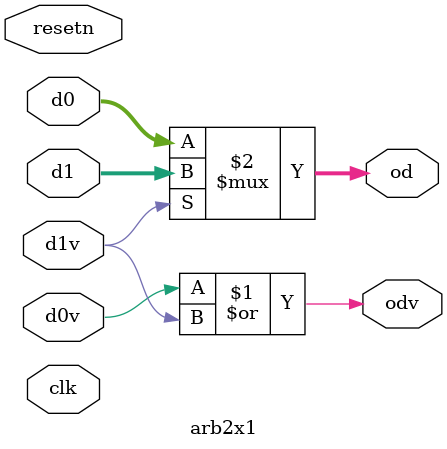
<source format=v>
`timescale 1ns/1ps
`include "vgaminikbd.vh"
module arb2x1 (
	clk,
	resetn,
	d0,
	d0v,
	d1,
	d1v,
	od,
	odv);

	input clk;
	input resetn;
	input [7:0] d0;
	input d0v;
	input [7:0] d1;
	input d1v;
	output [7:0] od;
	output odv;

	assign odv = d0v | d1v;
	assign od = (d1v)? d1: d0;

endmodule

</source>
